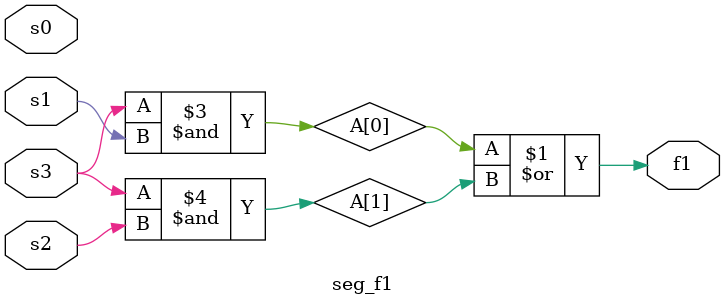
<source format=v>
module seg_f1 (f1, s3, s2, s1, s0);

    input s3, s2, s1, s0;
    output f1;


    // Fios para as portas AND (2 termos)
    wire A[1:0];
	 
/*
	f1(s3, s2, s1, s0) = s3s1 + s3s2
*/
    
	 // Instâncias das portas AND
    and (A[0], s3, s1);
    and (A[1], s3, s2);  
	 
	 
    // Porta OR final
    or (f1, A[0], A[1]);

endmodule

</source>
